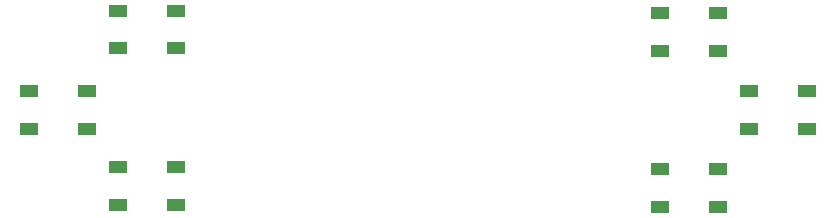
<source format=gbr>
%TF.GenerationSoftware,KiCad,Pcbnew,8.0.8*%
%TF.CreationDate,2025-02-15T23:13:22-05:00*%
%TF.ProjectId,Hackpad,4861636b-7061-4642-9e6b-696361645f70,rev?*%
%TF.SameCoordinates,Original*%
%TF.FileFunction,Paste,Top*%
%TF.FilePolarity,Positive*%
%FSLAX46Y46*%
G04 Gerber Fmt 4.6, Leading zero omitted, Abs format (unit mm)*
G04 Created by KiCad (PCBNEW 8.0.8) date 2025-02-15 23:13:22*
%MOMM*%
%LPD*%
G01*
G04 APERTURE LIST*
%ADD10R,1.500000X1.000000*%
G04 APERTURE END LIST*
D10*
%TO.C,D15*%
X132500000Y-166420000D03*
X132500000Y-169620000D03*
X137400000Y-169620000D03*
X137400000Y-166420000D03*
%TD*%
%TO.C,D16*%
X86600000Y-153000000D03*
X86600000Y-156200000D03*
X91500000Y-156200000D03*
X91500000Y-153000000D03*
%TD*%
%TO.C,D18*%
X86600000Y-166240000D03*
X86600000Y-169440000D03*
X91500000Y-169440000D03*
X91500000Y-166240000D03*
%TD*%
%TO.C,D2*%
X140050000Y-159800000D03*
X140050000Y-163000000D03*
X144950000Y-163000000D03*
X144950000Y-159800000D03*
%TD*%
%TO.C,D17*%
X79050000Y-159800000D03*
X79050000Y-163000000D03*
X83950000Y-163000000D03*
X83950000Y-159800000D03*
%TD*%
%TO.C,D1*%
X132500000Y-153180000D03*
X132500000Y-156380000D03*
X137400000Y-156380000D03*
X137400000Y-153180000D03*
%TD*%
M02*

</source>
